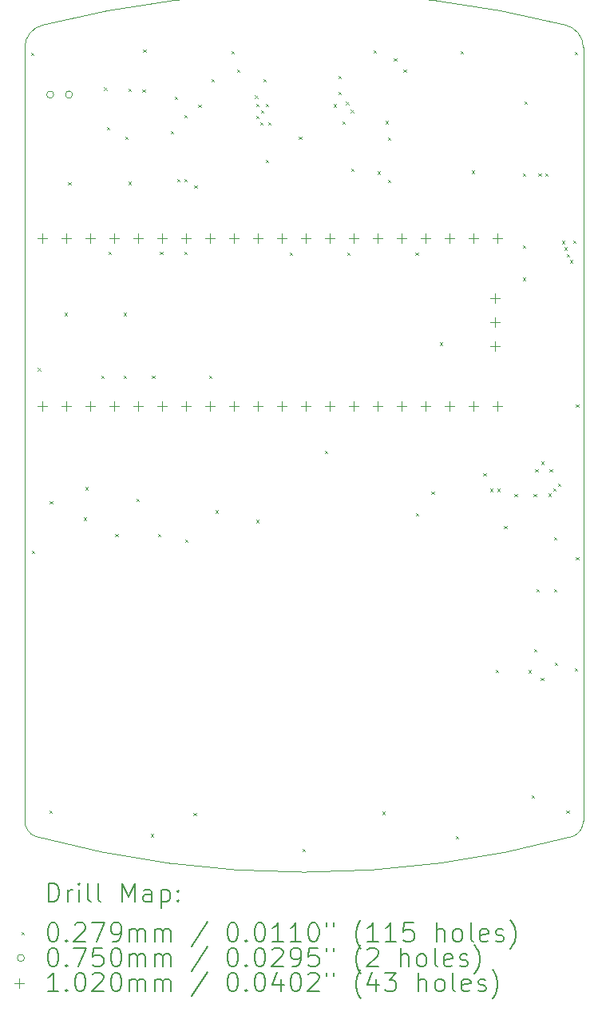
<source format=gbr>
%TF.GenerationSoftware,KiCad,Pcbnew,6.0.7+dfsg-1~bpo11+1*%
%TF.CreationDate,2023-01-24T09:36:58+00:00*%
%TF.ProjectId,aws-iot-expresslink-demo-badge,6177732d-696f-4742-9d65-787072657373,1*%
%TF.SameCoordinates,Original*%
%TF.FileFunction,Drillmap*%
%TF.FilePolarity,Positive*%
%FSLAX45Y45*%
G04 Gerber Fmt 4.5, Leading zero omitted, Abs format (unit mm)*
G04 Created by KiCad (PCBNEW 6.0.7+dfsg-1~bpo11+1) date 2023-01-24 09:36:58*
%MOMM*%
%LPD*%
G01*
G04 APERTURE LIST*
%ADD10C,0.100000*%
%ADD11C,0.200000*%
%ADD12C,0.027940*%
%ADD13C,0.075000*%
%ADD14C,0.102000*%
G04 APERTURE END LIST*
D10*
X13857102Y-8351809D02*
G75*
G03*
X8322177Y-8351809I-2767462J-10977177D01*
G01*
X8128000Y-16781160D02*
G75*
G03*
X8239678Y-16946243I177660J-130D01*
G01*
X14051278Y-8590280D02*
G75*
G03*
X13857102Y-8351809I-245918J-1950D01*
G01*
X14051280Y-8590280D02*
X14051280Y-16781160D01*
X8322178Y-8351810D02*
G75*
G03*
X8128000Y-8590280I51652J-240350D01*
G01*
X8239678Y-16946243D02*
G75*
G03*
X13939602Y-16946243I2849962J10525904D01*
G01*
X13939604Y-16946247D02*
G75*
G03*
X14051280Y-16781160I-67144J165737D01*
G01*
X8128000Y-16781160D02*
X8128000Y-8590280D01*
D11*
D12*
X8195310Y-8642350D02*
X8223250Y-8670290D01*
X8223250Y-8642350D02*
X8195310Y-8670290D01*
X8202930Y-13920470D02*
X8230870Y-13948410D01*
X8230870Y-13920470D02*
X8202930Y-13948410D01*
X8266430Y-11984990D02*
X8294370Y-12012930D01*
X8294370Y-11984990D02*
X8266430Y-12012930D01*
X8388350Y-16673830D02*
X8416290Y-16701770D01*
X8416290Y-16673830D02*
X8388350Y-16701770D01*
X8393430Y-13397230D02*
X8421370Y-13425170D01*
X8421370Y-13397230D02*
X8393430Y-13425170D01*
X8550910Y-11400790D02*
X8578850Y-11428730D01*
X8578850Y-11400790D02*
X8550910Y-11428730D01*
X8586470Y-10013950D02*
X8614410Y-10041890D01*
X8614410Y-10013950D02*
X8586470Y-10041890D01*
X8754110Y-13567410D02*
X8782050Y-13595350D01*
X8782050Y-13567410D02*
X8754110Y-13595350D01*
X8768700Y-13247370D02*
X8796640Y-13275310D01*
X8796640Y-13247370D02*
X8768700Y-13275310D01*
X8936990Y-12066270D02*
X8964930Y-12094210D01*
X8964930Y-12066270D02*
X8936990Y-12094210D01*
X8967470Y-9013190D02*
X8995410Y-9041130D01*
X8995410Y-9013190D02*
X8967470Y-9041130D01*
X8999971Y-9431702D02*
X9027911Y-9459642D01*
X9027911Y-9431702D02*
X8999971Y-9459642D01*
X9013190Y-10755630D02*
X9041130Y-10783570D01*
X9041130Y-10755630D02*
X9013190Y-10783570D01*
X9086850Y-13740130D02*
X9114790Y-13768070D01*
X9114790Y-13740130D02*
X9086850Y-13768070D01*
X9175750Y-11400790D02*
X9203690Y-11428730D01*
X9203690Y-11400790D02*
X9175750Y-11428730D01*
X9175750Y-12066270D02*
X9203690Y-12094210D01*
X9203690Y-12066270D02*
X9175750Y-12094210D01*
X9190990Y-9533840D02*
X9218930Y-9561780D01*
X9218930Y-9533840D02*
X9190990Y-9561780D01*
X9226550Y-9023350D02*
X9254490Y-9051290D01*
X9254490Y-9023350D02*
X9226550Y-9051290D01*
X9226550Y-10011410D02*
X9254490Y-10039350D01*
X9254490Y-10011410D02*
X9226550Y-10039350D01*
X9310370Y-13366750D02*
X9338310Y-13394690D01*
X9338310Y-13366750D02*
X9310370Y-13394690D01*
X9373870Y-9036050D02*
X9401810Y-9063990D01*
X9401810Y-9036050D02*
X9373870Y-9063990D01*
X9384030Y-8611870D02*
X9411970Y-8639810D01*
X9411970Y-8611870D02*
X9384030Y-8639810D01*
X9465310Y-16920210D02*
X9493250Y-16948150D01*
X9493250Y-16920210D02*
X9465310Y-16948150D01*
X9475470Y-12066270D02*
X9503410Y-12094210D01*
X9503410Y-12066270D02*
X9475470Y-12094210D01*
X9541510Y-13740130D02*
X9569450Y-13768070D01*
X9569450Y-13740130D02*
X9541510Y-13768070D01*
X9561830Y-10755630D02*
X9589770Y-10783570D01*
X9589770Y-10755630D02*
X9561830Y-10783570D01*
X9673590Y-9475470D02*
X9701530Y-9503410D01*
X9701530Y-9475470D02*
X9673590Y-9503410D01*
X9716770Y-9112250D02*
X9744710Y-9140190D01*
X9744710Y-9112250D02*
X9716770Y-9140190D01*
X9744819Y-9983470D02*
X9772759Y-10011410D01*
X9772759Y-9983470D02*
X9744819Y-10011410D01*
X9818379Y-9302750D02*
X9846319Y-9330690D01*
X9846319Y-9302750D02*
X9818379Y-9330690D01*
X9818425Y-9984263D02*
X9846365Y-10012203D01*
X9846365Y-9984263D02*
X9818425Y-10012203D01*
X9820910Y-10755630D02*
X9848850Y-10783570D01*
X9848850Y-10755630D02*
X9820910Y-10783570D01*
X9825990Y-13803630D02*
X9853930Y-13831570D01*
X9853930Y-13803630D02*
X9825990Y-13831570D01*
X9917430Y-16694150D02*
X9945370Y-16722090D01*
X9945370Y-16694150D02*
X9917430Y-16722090D01*
X9925050Y-10052050D02*
X9952990Y-10079990D01*
X9952990Y-10052050D02*
X9925050Y-10079990D01*
X9968230Y-9196070D02*
X9996170Y-9224010D01*
X9996170Y-9196070D02*
X9968230Y-9224010D01*
X10079990Y-12066270D02*
X10107930Y-12094210D01*
X10107930Y-12066270D02*
X10079990Y-12094210D01*
X10105390Y-8926830D02*
X10133330Y-8954770D01*
X10133330Y-8926830D02*
X10105390Y-8954770D01*
X10151110Y-13491210D02*
X10179050Y-13519150D01*
X10179050Y-13491210D02*
X10151110Y-13519150D01*
X10316210Y-8627110D02*
X10344150Y-8655050D01*
X10344150Y-8627110D02*
X10316210Y-8655050D01*
X10379710Y-8825230D02*
X10407650Y-8853170D01*
X10407650Y-8825230D02*
X10379710Y-8853170D01*
X10568065Y-9098211D02*
X10596005Y-9126151D01*
X10596005Y-9098211D02*
X10568065Y-9126151D01*
X10580370Y-9188450D02*
X10608310Y-9216390D01*
X10608310Y-9188450D02*
X10580370Y-9216390D01*
X10580370Y-9315450D02*
X10608310Y-9343390D01*
X10608310Y-9315450D02*
X10580370Y-9343390D01*
X10582910Y-13592810D02*
X10610850Y-13620750D01*
X10610850Y-13592810D02*
X10582910Y-13620750D01*
X10624920Y-9379869D02*
X10652860Y-9407809D01*
X10652860Y-9379869D02*
X10624920Y-9407809D01*
X10631170Y-9251950D02*
X10659110Y-9279890D01*
X10659110Y-9251950D02*
X10631170Y-9279890D01*
X10659110Y-8926830D02*
X10687050Y-8954770D01*
X10687050Y-8926830D02*
X10659110Y-8954770D01*
X10681970Y-9188450D02*
X10709910Y-9216390D01*
X10709910Y-9188450D02*
X10681970Y-9216390D01*
X10681970Y-9777730D02*
X10709910Y-9805670D01*
X10709910Y-9777730D02*
X10681970Y-9805670D01*
X10707760Y-9379869D02*
X10735700Y-9407809D01*
X10735700Y-9379869D02*
X10707760Y-9407809D01*
X10935970Y-10763250D02*
X10963910Y-10791190D01*
X10963910Y-10763250D02*
X10935970Y-10791190D01*
X11035030Y-9536430D02*
X11062970Y-9564370D01*
X11062970Y-9536430D02*
X11035030Y-9564370D01*
X11073130Y-17077690D02*
X11101070Y-17105630D01*
X11101070Y-17077690D02*
X11073130Y-17105630D01*
X11306810Y-12861290D02*
X11334750Y-12889230D01*
X11334750Y-12861290D02*
X11306810Y-12889230D01*
X11403330Y-9190990D02*
X11431270Y-9218930D01*
X11431270Y-9190990D02*
X11403330Y-9218930D01*
X11451590Y-8891270D02*
X11479530Y-8919210D01*
X11479530Y-8891270D02*
X11451590Y-8919210D01*
X11451590Y-9061450D02*
X11479530Y-9089390D01*
X11479530Y-9061450D02*
X11451590Y-9089390D01*
X11497310Y-9373870D02*
X11525250Y-9401810D01*
X11525250Y-9373870D02*
X11497310Y-9401810D01*
X11532870Y-9165590D02*
X11560810Y-9193530D01*
X11560810Y-9165590D02*
X11532870Y-9193530D01*
X11545570Y-10763250D02*
X11573510Y-10791190D01*
X11573510Y-10763250D02*
X11545570Y-10791190D01*
X11583670Y-9249410D02*
X11611610Y-9277350D01*
X11611610Y-9249410D02*
X11583670Y-9277350D01*
X11591380Y-9874250D02*
X11619320Y-9902190D01*
X11619320Y-9874250D02*
X11591380Y-9902190D01*
X11827510Y-8616950D02*
X11855450Y-8644890D01*
X11855450Y-8616950D02*
X11827510Y-8644890D01*
X11868100Y-9902140D02*
X11896040Y-9930080D01*
X11896040Y-9902140D02*
X11868100Y-9930080D01*
X11918950Y-16683990D02*
X11946890Y-16711930D01*
X11946890Y-16683990D02*
X11918950Y-16711930D01*
X11954510Y-9368790D02*
X11982450Y-9396730D01*
X11982450Y-9368790D02*
X11954510Y-9396730D01*
X11977370Y-9988550D02*
X12005310Y-10016490D01*
X12005310Y-9988550D02*
X11977370Y-10016490D01*
X11979910Y-9541510D02*
X12007850Y-9569450D01*
X12007850Y-9541510D02*
X11979910Y-9569450D01*
X12040870Y-8705850D02*
X12068810Y-8733790D01*
X12068810Y-8705850D02*
X12040870Y-8733790D01*
X12142470Y-8820150D02*
X12170410Y-8848090D01*
X12170410Y-8820150D02*
X12142470Y-8848090D01*
X12269470Y-10763250D02*
X12297410Y-10791190D01*
X12297410Y-10763250D02*
X12269470Y-10791190D01*
X12274550Y-13524230D02*
X12302490Y-13552170D01*
X12302490Y-13524230D02*
X12274550Y-13552170D01*
X12439650Y-13295630D02*
X12467590Y-13323570D01*
X12467590Y-13295630D02*
X12439650Y-13323570D01*
X12531090Y-11713210D02*
X12559030Y-11741150D01*
X12559030Y-11713210D02*
X12531090Y-11741150D01*
X12696190Y-16940530D02*
X12724130Y-16968470D01*
X12724130Y-16940530D02*
X12696190Y-16968470D01*
X12746990Y-8627110D02*
X12774930Y-8655050D01*
X12774930Y-8627110D02*
X12746990Y-8655050D01*
X12868910Y-9894570D02*
X12896850Y-9922510D01*
X12896850Y-9894570D02*
X12868910Y-9922510D01*
X12990830Y-13097510D02*
X13018770Y-13125450D01*
X13018770Y-13097510D02*
X12990830Y-13125450D01*
X13059410Y-13262610D02*
X13087350Y-13290550D01*
X13087350Y-13262610D02*
X13059410Y-13290550D01*
X13118805Y-15183907D02*
X13146745Y-15211847D01*
X13146745Y-15183907D02*
X13118805Y-15211847D01*
X13138150Y-13262610D02*
X13166090Y-13290550D01*
X13166090Y-13262610D02*
X13138150Y-13290550D01*
X13209270Y-13656310D02*
X13237210Y-13684250D01*
X13237210Y-13656310D02*
X13209270Y-13684250D01*
X13321030Y-13321030D02*
X13348970Y-13348970D01*
X13348970Y-13321030D02*
X13321030Y-13348970D01*
X13407390Y-9922510D02*
X13435330Y-9950450D01*
X13435330Y-9922510D02*
X13407390Y-9950450D01*
X13407390Y-10684510D02*
X13435330Y-10712450D01*
X13435330Y-10684510D02*
X13407390Y-10712450D01*
X13407390Y-11027410D02*
X13435330Y-11055350D01*
X13435330Y-11027410D02*
X13407390Y-11055350D01*
X13427710Y-9160510D02*
X13455650Y-9188450D01*
X13455650Y-9160510D02*
X13427710Y-9188450D01*
X13468350Y-15185390D02*
X13496290Y-15213330D01*
X13496290Y-15185390D02*
X13468350Y-15213330D01*
X13503910Y-16511270D02*
X13531850Y-16539210D01*
X13531850Y-16511270D02*
X13503910Y-16539210D01*
X13524230Y-13321030D02*
X13552170Y-13348970D01*
X13552170Y-13321030D02*
X13524230Y-13348970D01*
X13529310Y-14961870D02*
X13557250Y-14989810D01*
X13557250Y-14961870D02*
X13529310Y-14989810D01*
X13539470Y-13054330D02*
X13567410Y-13082270D01*
X13567410Y-13054330D02*
X13539470Y-13082270D01*
X13554710Y-14326870D02*
X13582650Y-14354810D01*
X13582650Y-14326870D02*
X13554710Y-14354810D01*
X13575030Y-9922510D02*
X13602970Y-9950450D01*
X13602970Y-9922510D02*
X13575030Y-9950450D01*
X13600430Y-15266670D02*
X13628370Y-15294610D01*
X13628370Y-15266670D02*
X13600430Y-15294610D01*
X13602970Y-12975590D02*
X13630910Y-13003530D01*
X13630910Y-12975590D02*
X13602970Y-13003530D01*
X13648690Y-9922510D02*
X13676630Y-9950450D01*
X13676630Y-9922510D02*
X13648690Y-9950450D01*
X13681760Y-13313410D02*
X13709700Y-13341350D01*
X13709700Y-13313410D02*
X13681760Y-13341350D01*
X13691870Y-13056870D02*
X13719810Y-13084810D01*
X13719810Y-13056870D02*
X13691870Y-13084810D01*
X13729970Y-13257530D02*
X13757910Y-13285470D01*
X13757910Y-13257530D02*
X13729970Y-13285470D01*
X13737290Y-13778230D02*
X13765230Y-13806170D01*
X13765230Y-13778230D02*
X13737290Y-13806170D01*
X13737290Y-14324630D02*
X13765230Y-14352570D01*
X13765230Y-14324630D02*
X13737290Y-14352570D01*
X13750290Y-15104110D02*
X13778230Y-15132050D01*
X13778230Y-15104110D02*
X13750290Y-15132050D01*
X13783058Y-13206538D02*
X13810998Y-13234478D01*
X13810998Y-13206538D02*
X13783058Y-13234478D01*
X13823948Y-10638104D02*
X13851888Y-10666044D01*
X13851888Y-10638104D02*
X13823948Y-10666044D01*
X13851549Y-10706344D02*
X13879489Y-10734284D01*
X13879489Y-10706344D02*
X13851549Y-10734284D01*
X13869670Y-16668750D02*
X13897610Y-16696690D01*
X13897610Y-16668750D02*
X13869670Y-16696690D01*
X13874748Y-10776203D02*
X13902688Y-10804143D01*
X13902688Y-10776203D02*
X13874748Y-10804143D01*
X13907770Y-10841990D02*
X13935710Y-10869930D01*
X13935710Y-10841990D02*
X13907770Y-10869930D01*
X13940790Y-10633710D02*
X13968730Y-10661650D01*
X13968730Y-10633710D02*
X13940790Y-10661650D01*
X13958570Y-15165070D02*
X13986510Y-15193010D01*
X13986510Y-15165070D02*
X13958570Y-15193010D01*
X13961110Y-8637270D02*
X13989050Y-8665210D01*
X13989050Y-8637270D02*
X13961110Y-8665210D01*
X13971270Y-12371070D02*
X13999210Y-12399010D01*
X13999210Y-12371070D02*
X13971270Y-12399010D01*
X13971270Y-13986510D02*
X13999210Y-14014450D01*
X13999210Y-13986510D02*
X13971270Y-14014450D01*
D13*
X8433800Y-9089500D02*
G75*
G03*
X8433800Y-9089500I-37500J0D01*
G01*
X8633800Y-9089500D02*
G75*
G03*
X8633800Y-9089500I-37500J0D01*
G01*
D14*
X8310880Y-10558580D02*
X8310880Y-10660580D01*
X8259880Y-10609580D02*
X8361880Y-10609580D01*
X8310880Y-12336580D02*
X8310880Y-12438580D01*
X8259880Y-12387580D02*
X8361880Y-12387580D01*
X8564880Y-10558580D02*
X8564880Y-10660580D01*
X8513880Y-10609580D02*
X8615880Y-10609580D01*
X8564880Y-12336580D02*
X8564880Y-12438580D01*
X8513880Y-12387580D02*
X8615880Y-12387580D01*
X8818880Y-10558580D02*
X8818880Y-10660580D01*
X8767880Y-10609580D02*
X8869880Y-10609580D01*
X8818880Y-12336580D02*
X8818880Y-12438580D01*
X8767880Y-12387580D02*
X8869880Y-12387580D01*
X9072880Y-10558580D02*
X9072880Y-10660580D01*
X9021880Y-10609580D02*
X9123880Y-10609580D01*
X9072880Y-12336580D02*
X9072880Y-12438580D01*
X9021880Y-12387580D02*
X9123880Y-12387580D01*
X9326880Y-10558580D02*
X9326880Y-10660580D01*
X9275880Y-10609580D02*
X9377880Y-10609580D01*
X9326880Y-12336580D02*
X9326880Y-12438580D01*
X9275880Y-12387580D02*
X9377880Y-12387580D01*
X9580880Y-10558580D02*
X9580880Y-10660580D01*
X9529880Y-10609580D02*
X9631880Y-10609580D01*
X9580880Y-12336580D02*
X9580880Y-12438580D01*
X9529880Y-12387580D02*
X9631880Y-12387580D01*
X9834880Y-10558580D02*
X9834880Y-10660580D01*
X9783880Y-10609580D02*
X9885880Y-10609580D01*
X9834880Y-12336580D02*
X9834880Y-12438580D01*
X9783880Y-12387580D02*
X9885880Y-12387580D01*
X10088880Y-10558580D02*
X10088880Y-10660580D01*
X10037880Y-10609580D02*
X10139880Y-10609580D01*
X10088880Y-12336580D02*
X10088880Y-12438580D01*
X10037880Y-12387580D02*
X10139880Y-12387580D01*
X10342880Y-10558580D02*
X10342880Y-10660580D01*
X10291880Y-10609580D02*
X10393880Y-10609580D01*
X10342880Y-12336580D02*
X10342880Y-12438580D01*
X10291880Y-12387580D02*
X10393880Y-12387580D01*
X10596880Y-10558580D02*
X10596880Y-10660580D01*
X10545880Y-10609580D02*
X10647880Y-10609580D01*
X10596880Y-12336580D02*
X10596880Y-12438580D01*
X10545880Y-12387580D02*
X10647880Y-12387580D01*
X10850880Y-10558580D02*
X10850880Y-10660580D01*
X10799880Y-10609580D02*
X10901880Y-10609580D01*
X10850880Y-12336580D02*
X10850880Y-12438580D01*
X10799880Y-12387580D02*
X10901880Y-12387580D01*
X11104880Y-10558580D02*
X11104880Y-10660580D01*
X11053880Y-10609580D02*
X11155880Y-10609580D01*
X11104880Y-12336580D02*
X11104880Y-12438580D01*
X11053880Y-12387580D02*
X11155880Y-12387580D01*
X11358880Y-10558580D02*
X11358880Y-10660580D01*
X11307880Y-10609580D02*
X11409880Y-10609580D01*
X11358880Y-12336580D02*
X11358880Y-12438580D01*
X11307880Y-12387580D02*
X11409880Y-12387580D01*
X11612880Y-10558580D02*
X11612880Y-10660580D01*
X11561880Y-10609580D02*
X11663880Y-10609580D01*
X11612880Y-12336580D02*
X11612880Y-12438580D01*
X11561880Y-12387580D02*
X11663880Y-12387580D01*
X11866880Y-10558580D02*
X11866880Y-10660580D01*
X11815880Y-10609580D02*
X11917880Y-10609580D01*
X11866880Y-12336580D02*
X11866880Y-12438580D01*
X11815880Y-12387580D02*
X11917880Y-12387580D01*
X12120880Y-10558580D02*
X12120880Y-10660580D01*
X12069880Y-10609580D02*
X12171880Y-10609580D01*
X12120880Y-12336580D02*
X12120880Y-12438580D01*
X12069880Y-12387580D02*
X12171880Y-12387580D01*
X12374880Y-10558580D02*
X12374880Y-10660580D01*
X12323880Y-10609580D02*
X12425880Y-10609580D01*
X12374880Y-12336580D02*
X12374880Y-12438580D01*
X12323880Y-12387580D02*
X12425880Y-12387580D01*
X12628880Y-10558580D02*
X12628880Y-10660580D01*
X12577880Y-10609580D02*
X12679880Y-10609580D01*
X12628880Y-12336580D02*
X12628880Y-12438580D01*
X12577880Y-12387580D02*
X12679880Y-12387580D01*
X12882880Y-10558580D02*
X12882880Y-10660580D01*
X12831880Y-10609580D02*
X12933880Y-10609580D01*
X12882880Y-12336580D02*
X12882880Y-12438580D01*
X12831880Y-12387580D02*
X12933880Y-12387580D01*
X13113880Y-11193580D02*
X13113880Y-11295580D01*
X13062880Y-11244580D02*
X13164880Y-11244580D01*
X13113880Y-11447580D02*
X13113880Y-11549580D01*
X13062880Y-11498580D02*
X13164880Y-11498580D01*
X13113880Y-11701580D02*
X13113880Y-11803580D01*
X13062880Y-11752580D02*
X13164880Y-11752580D01*
X13136880Y-10558580D02*
X13136880Y-10660580D01*
X13085880Y-10609580D02*
X13187880Y-10609580D01*
X13136880Y-12336580D02*
X13136880Y-12438580D01*
X13085880Y-12387580D02*
X13187880Y-12387580D01*
D11*
X8380619Y-17640720D02*
X8380619Y-17440720D01*
X8428238Y-17440720D01*
X8456810Y-17450243D01*
X8475857Y-17469291D01*
X8485381Y-17488339D01*
X8494905Y-17526434D01*
X8494905Y-17555005D01*
X8485381Y-17593101D01*
X8475857Y-17612148D01*
X8456810Y-17631196D01*
X8428238Y-17640720D01*
X8380619Y-17640720D01*
X8580619Y-17640720D02*
X8580619Y-17507386D01*
X8580619Y-17545481D02*
X8590143Y-17526434D01*
X8599667Y-17516910D01*
X8618714Y-17507386D01*
X8637762Y-17507386D01*
X8704429Y-17640720D02*
X8704429Y-17507386D01*
X8704429Y-17440720D02*
X8694905Y-17450243D01*
X8704429Y-17459767D01*
X8713952Y-17450243D01*
X8704429Y-17440720D01*
X8704429Y-17459767D01*
X8828238Y-17640720D02*
X8809190Y-17631196D01*
X8799667Y-17612148D01*
X8799667Y-17440720D01*
X8933000Y-17640720D02*
X8913952Y-17631196D01*
X8904429Y-17612148D01*
X8904429Y-17440720D01*
X9161571Y-17640720D02*
X9161571Y-17440720D01*
X9228238Y-17583577D01*
X9294905Y-17440720D01*
X9294905Y-17640720D01*
X9475857Y-17640720D02*
X9475857Y-17535958D01*
X9466333Y-17516910D01*
X9447286Y-17507386D01*
X9409190Y-17507386D01*
X9390143Y-17516910D01*
X9475857Y-17631196D02*
X9456810Y-17640720D01*
X9409190Y-17640720D01*
X9390143Y-17631196D01*
X9380619Y-17612148D01*
X9380619Y-17593101D01*
X9390143Y-17574053D01*
X9409190Y-17564529D01*
X9456810Y-17564529D01*
X9475857Y-17555005D01*
X9571095Y-17507386D02*
X9571095Y-17707386D01*
X9571095Y-17516910D02*
X9590143Y-17507386D01*
X9628238Y-17507386D01*
X9647286Y-17516910D01*
X9656810Y-17526434D01*
X9666333Y-17545481D01*
X9666333Y-17602624D01*
X9656810Y-17621672D01*
X9647286Y-17631196D01*
X9628238Y-17640720D01*
X9590143Y-17640720D01*
X9571095Y-17631196D01*
X9752048Y-17621672D02*
X9761571Y-17631196D01*
X9752048Y-17640720D01*
X9742524Y-17631196D01*
X9752048Y-17621672D01*
X9752048Y-17640720D01*
X9752048Y-17516910D02*
X9761571Y-17526434D01*
X9752048Y-17535958D01*
X9742524Y-17526434D01*
X9752048Y-17516910D01*
X9752048Y-17535958D01*
D12*
X8095060Y-17956273D02*
X8123000Y-17984213D01*
X8123000Y-17956273D02*
X8095060Y-17984213D01*
D11*
X8418714Y-17860720D02*
X8437762Y-17860720D01*
X8456810Y-17870243D01*
X8466333Y-17879767D01*
X8475857Y-17898815D01*
X8485381Y-17936910D01*
X8485381Y-17984529D01*
X8475857Y-18022624D01*
X8466333Y-18041672D01*
X8456810Y-18051196D01*
X8437762Y-18060720D01*
X8418714Y-18060720D01*
X8399667Y-18051196D01*
X8390143Y-18041672D01*
X8380619Y-18022624D01*
X8371095Y-17984529D01*
X8371095Y-17936910D01*
X8380619Y-17898815D01*
X8390143Y-17879767D01*
X8399667Y-17870243D01*
X8418714Y-17860720D01*
X8571095Y-18041672D02*
X8580619Y-18051196D01*
X8571095Y-18060720D01*
X8561571Y-18051196D01*
X8571095Y-18041672D01*
X8571095Y-18060720D01*
X8656810Y-17879767D02*
X8666333Y-17870243D01*
X8685381Y-17860720D01*
X8733000Y-17860720D01*
X8752048Y-17870243D01*
X8761571Y-17879767D01*
X8771095Y-17898815D01*
X8771095Y-17917862D01*
X8761571Y-17946434D01*
X8647286Y-18060720D01*
X8771095Y-18060720D01*
X8837762Y-17860720D02*
X8971095Y-17860720D01*
X8885381Y-18060720D01*
X9056810Y-18060720D02*
X9094905Y-18060720D01*
X9113952Y-18051196D01*
X9123476Y-18041672D01*
X9142524Y-18013101D01*
X9152048Y-17975005D01*
X9152048Y-17898815D01*
X9142524Y-17879767D01*
X9133000Y-17870243D01*
X9113952Y-17860720D01*
X9075857Y-17860720D01*
X9056810Y-17870243D01*
X9047286Y-17879767D01*
X9037762Y-17898815D01*
X9037762Y-17946434D01*
X9047286Y-17965481D01*
X9056810Y-17975005D01*
X9075857Y-17984529D01*
X9113952Y-17984529D01*
X9133000Y-17975005D01*
X9142524Y-17965481D01*
X9152048Y-17946434D01*
X9237762Y-18060720D02*
X9237762Y-17927386D01*
X9237762Y-17946434D02*
X9247286Y-17936910D01*
X9266333Y-17927386D01*
X9294905Y-17927386D01*
X9313952Y-17936910D01*
X9323476Y-17955958D01*
X9323476Y-18060720D01*
X9323476Y-17955958D02*
X9333000Y-17936910D01*
X9352048Y-17927386D01*
X9380619Y-17927386D01*
X9399667Y-17936910D01*
X9409190Y-17955958D01*
X9409190Y-18060720D01*
X9504429Y-18060720D02*
X9504429Y-17927386D01*
X9504429Y-17946434D02*
X9513952Y-17936910D01*
X9533000Y-17927386D01*
X9561571Y-17927386D01*
X9580619Y-17936910D01*
X9590143Y-17955958D01*
X9590143Y-18060720D01*
X9590143Y-17955958D02*
X9599667Y-17936910D01*
X9618714Y-17927386D01*
X9647286Y-17927386D01*
X9666333Y-17936910D01*
X9675857Y-17955958D01*
X9675857Y-18060720D01*
X10066333Y-17851196D02*
X9894905Y-18108339D01*
X10323476Y-17860720D02*
X10342524Y-17860720D01*
X10361571Y-17870243D01*
X10371095Y-17879767D01*
X10380619Y-17898815D01*
X10390143Y-17936910D01*
X10390143Y-17984529D01*
X10380619Y-18022624D01*
X10371095Y-18041672D01*
X10361571Y-18051196D01*
X10342524Y-18060720D01*
X10323476Y-18060720D01*
X10304429Y-18051196D01*
X10294905Y-18041672D01*
X10285381Y-18022624D01*
X10275857Y-17984529D01*
X10275857Y-17936910D01*
X10285381Y-17898815D01*
X10294905Y-17879767D01*
X10304429Y-17870243D01*
X10323476Y-17860720D01*
X10475857Y-18041672D02*
X10485381Y-18051196D01*
X10475857Y-18060720D01*
X10466333Y-18051196D01*
X10475857Y-18041672D01*
X10475857Y-18060720D01*
X10609190Y-17860720D02*
X10628238Y-17860720D01*
X10647286Y-17870243D01*
X10656810Y-17879767D01*
X10666333Y-17898815D01*
X10675857Y-17936910D01*
X10675857Y-17984529D01*
X10666333Y-18022624D01*
X10656810Y-18041672D01*
X10647286Y-18051196D01*
X10628238Y-18060720D01*
X10609190Y-18060720D01*
X10590143Y-18051196D01*
X10580619Y-18041672D01*
X10571095Y-18022624D01*
X10561571Y-17984529D01*
X10561571Y-17936910D01*
X10571095Y-17898815D01*
X10580619Y-17879767D01*
X10590143Y-17870243D01*
X10609190Y-17860720D01*
X10866333Y-18060720D02*
X10752048Y-18060720D01*
X10809190Y-18060720D02*
X10809190Y-17860720D01*
X10790143Y-17889291D01*
X10771095Y-17908339D01*
X10752048Y-17917862D01*
X11056810Y-18060720D02*
X10942524Y-18060720D01*
X10999667Y-18060720D02*
X10999667Y-17860720D01*
X10980619Y-17889291D01*
X10961571Y-17908339D01*
X10942524Y-17917862D01*
X11180619Y-17860720D02*
X11199667Y-17860720D01*
X11218714Y-17870243D01*
X11228238Y-17879767D01*
X11237762Y-17898815D01*
X11247286Y-17936910D01*
X11247286Y-17984529D01*
X11237762Y-18022624D01*
X11228238Y-18041672D01*
X11218714Y-18051196D01*
X11199667Y-18060720D01*
X11180619Y-18060720D01*
X11161571Y-18051196D01*
X11152048Y-18041672D01*
X11142524Y-18022624D01*
X11133000Y-17984529D01*
X11133000Y-17936910D01*
X11142524Y-17898815D01*
X11152048Y-17879767D01*
X11161571Y-17870243D01*
X11180619Y-17860720D01*
X11323476Y-17860720D02*
X11323476Y-17898815D01*
X11399667Y-17860720D02*
X11399667Y-17898815D01*
X11694905Y-18136910D02*
X11685381Y-18127386D01*
X11666333Y-18098815D01*
X11656809Y-18079767D01*
X11647286Y-18051196D01*
X11637762Y-18003577D01*
X11637762Y-17965481D01*
X11647286Y-17917862D01*
X11656809Y-17889291D01*
X11666333Y-17870243D01*
X11685381Y-17841672D01*
X11694905Y-17832148D01*
X11875857Y-18060720D02*
X11761571Y-18060720D01*
X11818714Y-18060720D02*
X11818714Y-17860720D01*
X11799667Y-17889291D01*
X11780619Y-17908339D01*
X11761571Y-17917862D01*
X12066333Y-18060720D02*
X11952048Y-18060720D01*
X12009190Y-18060720D02*
X12009190Y-17860720D01*
X11990143Y-17889291D01*
X11971095Y-17908339D01*
X11952048Y-17917862D01*
X12247286Y-17860720D02*
X12152048Y-17860720D01*
X12142524Y-17955958D01*
X12152048Y-17946434D01*
X12171095Y-17936910D01*
X12218714Y-17936910D01*
X12237762Y-17946434D01*
X12247286Y-17955958D01*
X12256809Y-17975005D01*
X12256809Y-18022624D01*
X12247286Y-18041672D01*
X12237762Y-18051196D01*
X12218714Y-18060720D01*
X12171095Y-18060720D01*
X12152048Y-18051196D01*
X12142524Y-18041672D01*
X12494905Y-18060720D02*
X12494905Y-17860720D01*
X12580619Y-18060720D02*
X12580619Y-17955958D01*
X12571095Y-17936910D01*
X12552048Y-17927386D01*
X12523476Y-17927386D01*
X12504428Y-17936910D01*
X12494905Y-17946434D01*
X12704428Y-18060720D02*
X12685381Y-18051196D01*
X12675857Y-18041672D01*
X12666333Y-18022624D01*
X12666333Y-17965481D01*
X12675857Y-17946434D01*
X12685381Y-17936910D01*
X12704428Y-17927386D01*
X12733000Y-17927386D01*
X12752048Y-17936910D01*
X12761571Y-17946434D01*
X12771095Y-17965481D01*
X12771095Y-18022624D01*
X12761571Y-18041672D01*
X12752048Y-18051196D01*
X12733000Y-18060720D01*
X12704428Y-18060720D01*
X12885381Y-18060720D02*
X12866333Y-18051196D01*
X12856809Y-18032148D01*
X12856809Y-17860720D01*
X13037762Y-18051196D02*
X13018714Y-18060720D01*
X12980619Y-18060720D01*
X12961571Y-18051196D01*
X12952048Y-18032148D01*
X12952048Y-17955958D01*
X12961571Y-17936910D01*
X12980619Y-17927386D01*
X13018714Y-17927386D01*
X13037762Y-17936910D01*
X13047286Y-17955958D01*
X13047286Y-17975005D01*
X12952048Y-17994053D01*
X13123476Y-18051196D02*
X13142524Y-18060720D01*
X13180619Y-18060720D01*
X13199667Y-18051196D01*
X13209190Y-18032148D01*
X13209190Y-18022624D01*
X13199667Y-18003577D01*
X13180619Y-17994053D01*
X13152048Y-17994053D01*
X13133000Y-17984529D01*
X13123476Y-17965481D01*
X13123476Y-17955958D01*
X13133000Y-17936910D01*
X13152048Y-17927386D01*
X13180619Y-17927386D01*
X13199667Y-17936910D01*
X13275857Y-18136910D02*
X13285381Y-18127386D01*
X13304428Y-18098815D01*
X13313952Y-18079767D01*
X13323476Y-18051196D01*
X13333000Y-18003577D01*
X13333000Y-17965481D01*
X13323476Y-17917862D01*
X13313952Y-17889291D01*
X13304428Y-17870243D01*
X13285381Y-17841672D01*
X13275857Y-17832148D01*
D13*
X8123000Y-18234243D02*
G75*
G03*
X8123000Y-18234243I-37500J0D01*
G01*
D11*
X8418714Y-18124720D02*
X8437762Y-18124720D01*
X8456810Y-18134243D01*
X8466333Y-18143767D01*
X8475857Y-18162815D01*
X8485381Y-18200910D01*
X8485381Y-18248529D01*
X8475857Y-18286624D01*
X8466333Y-18305672D01*
X8456810Y-18315196D01*
X8437762Y-18324720D01*
X8418714Y-18324720D01*
X8399667Y-18315196D01*
X8390143Y-18305672D01*
X8380619Y-18286624D01*
X8371095Y-18248529D01*
X8371095Y-18200910D01*
X8380619Y-18162815D01*
X8390143Y-18143767D01*
X8399667Y-18134243D01*
X8418714Y-18124720D01*
X8571095Y-18305672D02*
X8580619Y-18315196D01*
X8571095Y-18324720D01*
X8561571Y-18315196D01*
X8571095Y-18305672D01*
X8571095Y-18324720D01*
X8647286Y-18124720D02*
X8780619Y-18124720D01*
X8694905Y-18324720D01*
X8952048Y-18124720D02*
X8856810Y-18124720D01*
X8847286Y-18219958D01*
X8856810Y-18210434D01*
X8875857Y-18200910D01*
X8923476Y-18200910D01*
X8942524Y-18210434D01*
X8952048Y-18219958D01*
X8961571Y-18239005D01*
X8961571Y-18286624D01*
X8952048Y-18305672D01*
X8942524Y-18315196D01*
X8923476Y-18324720D01*
X8875857Y-18324720D01*
X8856810Y-18315196D01*
X8847286Y-18305672D01*
X9085381Y-18124720D02*
X9104429Y-18124720D01*
X9123476Y-18134243D01*
X9133000Y-18143767D01*
X9142524Y-18162815D01*
X9152048Y-18200910D01*
X9152048Y-18248529D01*
X9142524Y-18286624D01*
X9133000Y-18305672D01*
X9123476Y-18315196D01*
X9104429Y-18324720D01*
X9085381Y-18324720D01*
X9066333Y-18315196D01*
X9056810Y-18305672D01*
X9047286Y-18286624D01*
X9037762Y-18248529D01*
X9037762Y-18200910D01*
X9047286Y-18162815D01*
X9056810Y-18143767D01*
X9066333Y-18134243D01*
X9085381Y-18124720D01*
X9237762Y-18324720D02*
X9237762Y-18191386D01*
X9237762Y-18210434D02*
X9247286Y-18200910D01*
X9266333Y-18191386D01*
X9294905Y-18191386D01*
X9313952Y-18200910D01*
X9323476Y-18219958D01*
X9323476Y-18324720D01*
X9323476Y-18219958D02*
X9333000Y-18200910D01*
X9352048Y-18191386D01*
X9380619Y-18191386D01*
X9399667Y-18200910D01*
X9409190Y-18219958D01*
X9409190Y-18324720D01*
X9504429Y-18324720D02*
X9504429Y-18191386D01*
X9504429Y-18210434D02*
X9513952Y-18200910D01*
X9533000Y-18191386D01*
X9561571Y-18191386D01*
X9580619Y-18200910D01*
X9590143Y-18219958D01*
X9590143Y-18324720D01*
X9590143Y-18219958D02*
X9599667Y-18200910D01*
X9618714Y-18191386D01*
X9647286Y-18191386D01*
X9666333Y-18200910D01*
X9675857Y-18219958D01*
X9675857Y-18324720D01*
X10066333Y-18115196D02*
X9894905Y-18372339D01*
X10323476Y-18124720D02*
X10342524Y-18124720D01*
X10361571Y-18134243D01*
X10371095Y-18143767D01*
X10380619Y-18162815D01*
X10390143Y-18200910D01*
X10390143Y-18248529D01*
X10380619Y-18286624D01*
X10371095Y-18305672D01*
X10361571Y-18315196D01*
X10342524Y-18324720D01*
X10323476Y-18324720D01*
X10304429Y-18315196D01*
X10294905Y-18305672D01*
X10285381Y-18286624D01*
X10275857Y-18248529D01*
X10275857Y-18200910D01*
X10285381Y-18162815D01*
X10294905Y-18143767D01*
X10304429Y-18134243D01*
X10323476Y-18124720D01*
X10475857Y-18305672D02*
X10485381Y-18315196D01*
X10475857Y-18324720D01*
X10466333Y-18315196D01*
X10475857Y-18305672D01*
X10475857Y-18324720D01*
X10609190Y-18124720D02*
X10628238Y-18124720D01*
X10647286Y-18134243D01*
X10656810Y-18143767D01*
X10666333Y-18162815D01*
X10675857Y-18200910D01*
X10675857Y-18248529D01*
X10666333Y-18286624D01*
X10656810Y-18305672D01*
X10647286Y-18315196D01*
X10628238Y-18324720D01*
X10609190Y-18324720D01*
X10590143Y-18315196D01*
X10580619Y-18305672D01*
X10571095Y-18286624D01*
X10561571Y-18248529D01*
X10561571Y-18200910D01*
X10571095Y-18162815D01*
X10580619Y-18143767D01*
X10590143Y-18134243D01*
X10609190Y-18124720D01*
X10752048Y-18143767D02*
X10761571Y-18134243D01*
X10780619Y-18124720D01*
X10828238Y-18124720D01*
X10847286Y-18134243D01*
X10856810Y-18143767D01*
X10866333Y-18162815D01*
X10866333Y-18181862D01*
X10856810Y-18210434D01*
X10742524Y-18324720D01*
X10866333Y-18324720D01*
X10961571Y-18324720D02*
X10999667Y-18324720D01*
X11018714Y-18315196D01*
X11028238Y-18305672D01*
X11047286Y-18277101D01*
X11056810Y-18239005D01*
X11056810Y-18162815D01*
X11047286Y-18143767D01*
X11037762Y-18134243D01*
X11018714Y-18124720D01*
X10980619Y-18124720D01*
X10961571Y-18134243D01*
X10952048Y-18143767D01*
X10942524Y-18162815D01*
X10942524Y-18210434D01*
X10952048Y-18229481D01*
X10961571Y-18239005D01*
X10980619Y-18248529D01*
X11018714Y-18248529D01*
X11037762Y-18239005D01*
X11047286Y-18229481D01*
X11056810Y-18210434D01*
X11237762Y-18124720D02*
X11142524Y-18124720D01*
X11133000Y-18219958D01*
X11142524Y-18210434D01*
X11161571Y-18200910D01*
X11209190Y-18200910D01*
X11228238Y-18210434D01*
X11237762Y-18219958D01*
X11247286Y-18239005D01*
X11247286Y-18286624D01*
X11237762Y-18305672D01*
X11228238Y-18315196D01*
X11209190Y-18324720D01*
X11161571Y-18324720D01*
X11142524Y-18315196D01*
X11133000Y-18305672D01*
X11323476Y-18124720D02*
X11323476Y-18162815D01*
X11399667Y-18124720D02*
X11399667Y-18162815D01*
X11694905Y-18400910D02*
X11685381Y-18391386D01*
X11666333Y-18362815D01*
X11656809Y-18343767D01*
X11647286Y-18315196D01*
X11637762Y-18267577D01*
X11637762Y-18229481D01*
X11647286Y-18181862D01*
X11656809Y-18153291D01*
X11666333Y-18134243D01*
X11685381Y-18105672D01*
X11694905Y-18096148D01*
X11761571Y-18143767D02*
X11771095Y-18134243D01*
X11790143Y-18124720D01*
X11837762Y-18124720D01*
X11856809Y-18134243D01*
X11866333Y-18143767D01*
X11875857Y-18162815D01*
X11875857Y-18181862D01*
X11866333Y-18210434D01*
X11752048Y-18324720D01*
X11875857Y-18324720D01*
X12113952Y-18324720D02*
X12113952Y-18124720D01*
X12199667Y-18324720D02*
X12199667Y-18219958D01*
X12190143Y-18200910D01*
X12171095Y-18191386D01*
X12142524Y-18191386D01*
X12123476Y-18200910D01*
X12113952Y-18210434D01*
X12323476Y-18324720D02*
X12304428Y-18315196D01*
X12294905Y-18305672D01*
X12285381Y-18286624D01*
X12285381Y-18229481D01*
X12294905Y-18210434D01*
X12304428Y-18200910D01*
X12323476Y-18191386D01*
X12352048Y-18191386D01*
X12371095Y-18200910D01*
X12380619Y-18210434D01*
X12390143Y-18229481D01*
X12390143Y-18286624D01*
X12380619Y-18305672D01*
X12371095Y-18315196D01*
X12352048Y-18324720D01*
X12323476Y-18324720D01*
X12504428Y-18324720D02*
X12485381Y-18315196D01*
X12475857Y-18296148D01*
X12475857Y-18124720D01*
X12656809Y-18315196D02*
X12637762Y-18324720D01*
X12599667Y-18324720D01*
X12580619Y-18315196D01*
X12571095Y-18296148D01*
X12571095Y-18219958D01*
X12580619Y-18200910D01*
X12599667Y-18191386D01*
X12637762Y-18191386D01*
X12656809Y-18200910D01*
X12666333Y-18219958D01*
X12666333Y-18239005D01*
X12571095Y-18258053D01*
X12742524Y-18315196D02*
X12761571Y-18324720D01*
X12799667Y-18324720D01*
X12818714Y-18315196D01*
X12828238Y-18296148D01*
X12828238Y-18286624D01*
X12818714Y-18267577D01*
X12799667Y-18258053D01*
X12771095Y-18258053D01*
X12752048Y-18248529D01*
X12742524Y-18229481D01*
X12742524Y-18219958D01*
X12752048Y-18200910D01*
X12771095Y-18191386D01*
X12799667Y-18191386D01*
X12818714Y-18200910D01*
X12894905Y-18400910D02*
X12904428Y-18391386D01*
X12923476Y-18362815D01*
X12933000Y-18343767D01*
X12942524Y-18315196D01*
X12952048Y-18267577D01*
X12952048Y-18229481D01*
X12942524Y-18181862D01*
X12933000Y-18153291D01*
X12923476Y-18134243D01*
X12904428Y-18105672D01*
X12894905Y-18096148D01*
D14*
X8072000Y-18447243D02*
X8072000Y-18549243D01*
X8021000Y-18498243D02*
X8123000Y-18498243D01*
D11*
X8485381Y-18588720D02*
X8371095Y-18588720D01*
X8428238Y-18588720D02*
X8428238Y-18388720D01*
X8409190Y-18417291D01*
X8390143Y-18436339D01*
X8371095Y-18445862D01*
X8571095Y-18569672D02*
X8580619Y-18579196D01*
X8571095Y-18588720D01*
X8561571Y-18579196D01*
X8571095Y-18569672D01*
X8571095Y-18588720D01*
X8704429Y-18388720D02*
X8723476Y-18388720D01*
X8742524Y-18398243D01*
X8752048Y-18407767D01*
X8761571Y-18426815D01*
X8771095Y-18464910D01*
X8771095Y-18512529D01*
X8761571Y-18550624D01*
X8752048Y-18569672D01*
X8742524Y-18579196D01*
X8723476Y-18588720D01*
X8704429Y-18588720D01*
X8685381Y-18579196D01*
X8675857Y-18569672D01*
X8666333Y-18550624D01*
X8656810Y-18512529D01*
X8656810Y-18464910D01*
X8666333Y-18426815D01*
X8675857Y-18407767D01*
X8685381Y-18398243D01*
X8704429Y-18388720D01*
X8847286Y-18407767D02*
X8856810Y-18398243D01*
X8875857Y-18388720D01*
X8923476Y-18388720D01*
X8942524Y-18398243D01*
X8952048Y-18407767D01*
X8961571Y-18426815D01*
X8961571Y-18445862D01*
X8952048Y-18474434D01*
X8837762Y-18588720D01*
X8961571Y-18588720D01*
X9085381Y-18388720D02*
X9104429Y-18388720D01*
X9123476Y-18398243D01*
X9133000Y-18407767D01*
X9142524Y-18426815D01*
X9152048Y-18464910D01*
X9152048Y-18512529D01*
X9142524Y-18550624D01*
X9133000Y-18569672D01*
X9123476Y-18579196D01*
X9104429Y-18588720D01*
X9085381Y-18588720D01*
X9066333Y-18579196D01*
X9056810Y-18569672D01*
X9047286Y-18550624D01*
X9037762Y-18512529D01*
X9037762Y-18464910D01*
X9047286Y-18426815D01*
X9056810Y-18407767D01*
X9066333Y-18398243D01*
X9085381Y-18388720D01*
X9237762Y-18588720D02*
X9237762Y-18455386D01*
X9237762Y-18474434D02*
X9247286Y-18464910D01*
X9266333Y-18455386D01*
X9294905Y-18455386D01*
X9313952Y-18464910D01*
X9323476Y-18483958D01*
X9323476Y-18588720D01*
X9323476Y-18483958D02*
X9333000Y-18464910D01*
X9352048Y-18455386D01*
X9380619Y-18455386D01*
X9399667Y-18464910D01*
X9409190Y-18483958D01*
X9409190Y-18588720D01*
X9504429Y-18588720D02*
X9504429Y-18455386D01*
X9504429Y-18474434D02*
X9513952Y-18464910D01*
X9533000Y-18455386D01*
X9561571Y-18455386D01*
X9580619Y-18464910D01*
X9590143Y-18483958D01*
X9590143Y-18588720D01*
X9590143Y-18483958D02*
X9599667Y-18464910D01*
X9618714Y-18455386D01*
X9647286Y-18455386D01*
X9666333Y-18464910D01*
X9675857Y-18483958D01*
X9675857Y-18588720D01*
X10066333Y-18379196D02*
X9894905Y-18636339D01*
X10323476Y-18388720D02*
X10342524Y-18388720D01*
X10361571Y-18398243D01*
X10371095Y-18407767D01*
X10380619Y-18426815D01*
X10390143Y-18464910D01*
X10390143Y-18512529D01*
X10380619Y-18550624D01*
X10371095Y-18569672D01*
X10361571Y-18579196D01*
X10342524Y-18588720D01*
X10323476Y-18588720D01*
X10304429Y-18579196D01*
X10294905Y-18569672D01*
X10285381Y-18550624D01*
X10275857Y-18512529D01*
X10275857Y-18464910D01*
X10285381Y-18426815D01*
X10294905Y-18407767D01*
X10304429Y-18398243D01*
X10323476Y-18388720D01*
X10475857Y-18569672D02*
X10485381Y-18579196D01*
X10475857Y-18588720D01*
X10466333Y-18579196D01*
X10475857Y-18569672D01*
X10475857Y-18588720D01*
X10609190Y-18388720D02*
X10628238Y-18388720D01*
X10647286Y-18398243D01*
X10656810Y-18407767D01*
X10666333Y-18426815D01*
X10675857Y-18464910D01*
X10675857Y-18512529D01*
X10666333Y-18550624D01*
X10656810Y-18569672D01*
X10647286Y-18579196D01*
X10628238Y-18588720D01*
X10609190Y-18588720D01*
X10590143Y-18579196D01*
X10580619Y-18569672D01*
X10571095Y-18550624D01*
X10561571Y-18512529D01*
X10561571Y-18464910D01*
X10571095Y-18426815D01*
X10580619Y-18407767D01*
X10590143Y-18398243D01*
X10609190Y-18388720D01*
X10847286Y-18455386D02*
X10847286Y-18588720D01*
X10799667Y-18379196D02*
X10752048Y-18522053D01*
X10875857Y-18522053D01*
X10990143Y-18388720D02*
X11009190Y-18388720D01*
X11028238Y-18398243D01*
X11037762Y-18407767D01*
X11047286Y-18426815D01*
X11056810Y-18464910D01*
X11056810Y-18512529D01*
X11047286Y-18550624D01*
X11037762Y-18569672D01*
X11028238Y-18579196D01*
X11009190Y-18588720D01*
X10990143Y-18588720D01*
X10971095Y-18579196D01*
X10961571Y-18569672D01*
X10952048Y-18550624D01*
X10942524Y-18512529D01*
X10942524Y-18464910D01*
X10952048Y-18426815D01*
X10961571Y-18407767D01*
X10971095Y-18398243D01*
X10990143Y-18388720D01*
X11133000Y-18407767D02*
X11142524Y-18398243D01*
X11161571Y-18388720D01*
X11209190Y-18388720D01*
X11228238Y-18398243D01*
X11237762Y-18407767D01*
X11247286Y-18426815D01*
X11247286Y-18445862D01*
X11237762Y-18474434D01*
X11123476Y-18588720D01*
X11247286Y-18588720D01*
X11323476Y-18388720D02*
X11323476Y-18426815D01*
X11399667Y-18388720D02*
X11399667Y-18426815D01*
X11694905Y-18664910D02*
X11685381Y-18655386D01*
X11666333Y-18626815D01*
X11656809Y-18607767D01*
X11647286Y-18579196D01*
X11637762Y-18531577D01*
X11637762Y-18493481D01*
X11647286Y-18445862D01*
X11656809Y-18417291D01*
X11666333Y-18398243D01*
X11685381Y-18369672D01*
X11694905Y-18360148D01*
X11856809Y-18455386D02*
X11856809Y-18588720D01*
X11809190Y-18379196D02*
X11761571Y-18522053D01*
X11885381Y-18522053D01*
X11942524Y-18388720D02*
X12066333Y-18388720D01*
X11999667Y-18464910D01*
X12028238Y-18464910D01*
X12047286Y-18474434D01*
X12056809Y-18483958D01*
X12066333Y-18503005D01*
X12066333Y-18550624D01*
X12056809Y-18569672D01*
X12047286Y-18579196D01*
X12028238Y-18588720D01*
X11971095Y-18588720D01*
X11952048Y-18579196D01*
X11942524Y-18569672D01*
X12304428Y-18588720D02*
X12304428Y-18388720D01*
X12390143Y-18588720D02*
X12390143Y-18483958D01*
X12380619Y-18464910D01*
X12361571Y-18455386D01*
X12333000Y-18455386D01*
X12313952Y-18464910D01*
X12304428Y-18474434D01*
X12513952Y-18588720D02*
X12494905Y-18579196D01*
X12485381Y-18569672D01*
X12475857Y-18550624D01*
X12475857Y-18493481D01*
X12485381Y-18474434D01*
X12494905Y-18464910D01*
X12513952Y-18455386D01*
X12542524Y-18455386D01*
X12561571Y-18464910D01*
X12571095Y-18474434D01*
X12580619Y-18493481D01*
X12580619Y-18550624D01*
X12571095Y-18569672D01*
X12561571Y-18579196D01*
X12542524Y-18588720D01*
X12513952Y-18588720D01*
X12694905Y-18588720D02*
X12675857Y-18579196D01*
X12666333Y-18560148D01*
X12666333Y-18388720D01*
X12847286Y-18579196D02*
X12828238Y-18588720D01*
X12790143Y-18588720D01*
X12771095Y-18579196D01*
X12761571Y-18560148D01*
X12761571Y-18483958D01*
X12771095Y-18464910D01*
X12790143Y-18455386D01*
X12828238Y-18455386D01*
X12847286Y-18464910D01*
X12856809Y-18483958D01*
X12856809Y-18503005D01*
X12761571Y-18522053D01*
X12933000Y-18579196D02*
X12952048Y-18588720D01*
X12990143Y-18588720D01*
X13009190Y-18579196D01*
X13018714Y-18560148D01*
X13018714Y-18550624D01*
X13009190Y-18531577D01*
X12990143Y-18522053D01*
X12961571Y-18522053D01*
X12942524Y-18512529D01*
X12933000Y-18493481D01*
X12933000Y-18483958D01*
X12942524Y-18464910D01*
X12961571Y-18455386D01*
X12990143Y-18455386D01*
X13009190Y-18464910D01*
X13085381Y-18664910D02*
X13094905Y-18655386D01*
X13113952Y-18626815D01*
X13123476Y-18607767D01*
X13133000Y-18579196D01*
X13142524Y-18531577D01*
X13142524Y-18493481D01*
X13133000Y-18445862D01*
X13123476Y-18417291D01*
X13113952Y-18398243D01*
X13094905Y-18369672D01*
X13085381Y-18360148D01*
M02*

</source>
